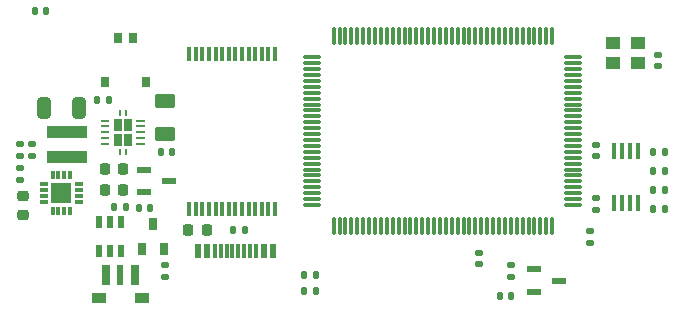
<source format=gbr>
%TF.GenerationSoftware,KiCad,Pcbnew,7.0.1*%
%TF.CreationDate,2024-09-27T15:08:14-07:00*%
%TF.ProjectId,agbc,61676263-2e6b-4696-9361-645f70636258,02*%
%TF.SameCoordinates,Original*%
%TF.FileFunction,Paste,Top*%
%TF.FilePolarity,Positive*%
%FSLAX46Y46*%
G04 Gerber Fmt 4.6, Leading zero omitted, Abs format (unit mm)*
G04 Created by KiCad (PCBNEW 7.0.1) date 2024-09-27 15:08:14*
%MOMM*%
%LPD*%
G01*
G04 APERTURE LIST*
G04 Aperture macros list*
%AMRoundRect*
0 Rectangle with rounded corners*
0 $1 Rounding radius*
0 $2 $3 $4 $5 $6 $7 $8 $9 X,Y pos of 4 corners*
0 Add a 4 corners polygon primitive as box body*
4,1,4,$2,$3,$4,$5,$6,$7,$8,$9,$2,$3,0*
0 Add four circle primitives for the rounded corners*
1,1,$1+$1,$2,$3*
1,1,$1+$1,$4,$5*
1,1,$1+$1,$6,$7*
1,1,$1+$1,$8,$9*
0 Add four rect primitives between the rounded corners*
20,1,$1+$1,$2,$3,$4,$5,0*
20,1,$1+$1,$4,$5,$6,$7,0*
20,1,$1+$1,$6,$7,$8,$9,0*
20,1,$1+$1,$8,$9,$2,$3,0*%
G04 Aperture macros list end*
%ADD10RoundRect,0.140000X0.140000X0.170000X-0.140000X0.170000X-0.140000X-0.170000X0.140000X-0.170000X0*%
%ADD11R,0.450000X1.400000*%
%ADD12RoundRect,0.135000X0.185000X-0.135000X0.185000X0.135000X-0.185000X0.135000X-0.185000X-0.135000X0*%
%ADD13R,1.250000X0.600000*%
%ADD14RoundRect,0.225000X-0.225000X-0.250000X0.225000X-0.250000X0.225000X0.250000X-0.225000X0.250000X0*%
%ADD15RoundRect,0.140000X-0.140000X-0.170000X0.140000X-0.170000X0.140000X0.170000X-0.140000X0.170000X0*%
%ADD16RoundRect,0.135000X-0.185000X0.135000X-0.185000X-0.135000X0.185000X-0.135000X0.185000X0.135000X0*%
%ADD17R,0.600000X1.150000*%
%ADD18R,0.300000X1.150000*%
%ADD19RoundRect,0.225000X0.250000X-0.225000X0.250000X0.225000X-0.250000X0.225000X-0.250000X-0.225000X0*%
%ADD20RoundRect,0.218750X-0.218750X-0.256250X0.218750X-0.256250X0.218750X0.256250X-0.218750X0.256250X0*%
%ADD21RoundRect,0.140000X0.170000X-0.140000X0.170000X0.140000X-0.170000X0.140000X-0.170000X-0.140000X0*%
%ADD22RoundRect,0.135000X0.135000X0.185000X-0.135000X0.185000X-0.135000X-0.185000X0.135000X-0.185000X0*%
%ADD23RoundRect,0.250000X0.325000X0.650000X-0.325000X0.650000X-0.325000X-0.650000X0.325000X-0.650000X0*%
%ADD24RoundRect,0.225000X0.225000X0.250000X-0.225000X0.250000X-0.225000X-0.250000X0.225000X-0.250000X0*%
%ADD25R,3.400000X1.000000*%
%ADD26R,0.650000X1.100000*%
%ADD27R,0.750000X1.800000*%
%ADD28R,0.600000X1.800000*%
%ADD29R,1.300000X0.900000*%
%ADD30R,1.300000X1.100000*%
%ADD31R,0.300000X1.206500*%
%ADD32R,0.800000X0.300000*%
%ADD33R,0.300000X0.800000*%
%ADD34R,1.750000X1.750000*%
%ADD35R,0.550000X1.050000*%
%ADD36RoundRect,0.140000X-0.170000X0.140000X-0.170000X-0.140000X0.170000X-0.140000X0.170000X0.140000X0*%
%ADD37R,0.230000X0.230000*%
%ADD38O,0.800000X0.230000*%
%ADD39R,0.680000X1.050000*%
%ADD40R,0.260000X0.500000*%
%ADD41R,0.700000X0.900000*%
%ADD42R,0.750000X0.900000*%
%ADD43RoundRect,0.075000X0.075000X-0.675000X0.075000X0.675000X-0.075000X0.675000X-0.075000X-0.675000X0*%
%ADD44RoundRect,0.075000X0.675000X-0.075000X0.675000X0.075000X-0.675000X0.075000X-0.675000X-0.075000X0*%
%ADD45RoundRect,0.135000X-0.135000X-0.185000X0.135000X-0.185000X0.135000X0.185000X-0.135000X0.185000X0*%
%ADD46RoundRect,0.250000X-0.625000X0.375000X-0.625000X-0.375000X0.625000X-0.375000X0.625000X0.375000X0*%
G04 APERTURE END LIST*
D10*
%TO.C,C7*%
X110860000Y-107800000D03*
X109900000Y-107800000D03*
%TD*%
D11*
%TO.C,U8*%
X158975000Y-124050000D03*
X159625000Y-124050000D03*
X160275000Y-124050000D03*
X160925000Y-124050000D03*
X160925000Y-119650000D03*
X160275000Y-119650000D03*
X159625000Y-119650000D03*
X158975000Y-119650000D03*
%TD*%
D12*
%TO.C,R1*%
X150200000Y-130300000D03*
X150200000Y-129280000D03*
%TD*%
D13*
%TO.C,U6*%
X119150000Y-121200000D03*
X119150000Y-123100000D03*
X121250000Y-122150000D03*
%TD*%
D14*
%TO.C,C19*%
X115800000Y-121150000D03*
X117350000Y-121150000D03*
%TD*%
D15*
%TO.C,C20*%
X115200000Y-115300000D03*
X116160000Y-115300000D03*
%TD*%
%TO.C,C11*%
X126700000Y-126350000D03*
X127660000Y-126350000D03*
%TD*%
D16*
%TO.C,R6*%
X108650000Y-121100000D03*
X108650000Y-122120000D03*
%TD*%
D17*
%TO.C,J5*%
X123680000Y-128095000D03*
X124480000Y-128095000D03*
D18*
X125630000Y-128095000D03*
X126630000Y-128095000D03*
X127130000Y-128095000D03*
X128130000Y-128095000D03*
D17*
X130080000Y-128095000D03*
X129280000Y-128095000D03*
D18*
X128630000Y-128095000D03*
X127630000Y-128095000D03*
X126130000Y-128095000D03*
X125130000Y-128095000D03*
%TD*%
D19*
%TO.C,C14*%
X108900000Y-125025000D03*
X108900000Y-123475000D03*
%TD*%
D20*
%TO.C,F2*%
X122875000Y-126350000D03*
X124450000Y-126350000D03*
%TD*%
D21*
%TO.C,C15*%
X120900000Y-130260000D03*
X120900000Y-129300000D03*
%TD*%
D22*
%TO.C,R14*%
X163225000Y-122900000D03*
X162205000Y-122900000D03*
%TD*%
D23*
%TO.C,C21*%
X113650000Y-116000000D03*
X110700000Y-116000000D03*
%TD*%
D24*
%TO.C,C13*%
X117350000Y-122950000D03*
X115800000Y-122950000D03*
%TD*%
D12*
%TO.C,R7*%
X109700000Y-120050000D03*
X109700000Y-119030000D03*
%TD*%
D10*
%TO.C,C23*%
X163225000Y-119675000D03*
X162265000Y-119675000D03*
%TD*%
D25*
%TO.C,L1*%
X112650000Y-120150000D03*
X112650000Y-118050000D03*
%TD*%
D21*
%TO.C,C5*%
X162625000Y-112435000D03*
X162625000Y-111475000D03*
%TD*%
D12*
%TO.C,R3*%
X156875000Y-127385000D03*
X156875000Y-126365000D03*
%TD*%
D26*
%TO.C,Q1*%
X118940000Y-127900000D03*
X120860000Y-127900000D03*
X119900000Y-125800000D03*
%TD*%
D13*
%TO.C,U1*%
X152200000Y-129650000D03*
X152200000Y-131550000D03*
X154300000Y-130600000D03*
%TD*%
D21*
%TO.C,C22*%
X157450000Y-120060000D03*
X157450000Y-119100000D03*
%TD*%
D27*
%TO.C,S1*%
X115925000Y-130150000D03*
D28*
X117150000Y-130150000D03*
D27*
X118375000Y-130150000D03*
D29*
X115300000Y-132100000D03*
X119000000Y-132100000D03*
%TD*%
D22*
%TO.C,R13*%
X163220000Y-121325000D03*
X162200000Y-121325000D03*
%TD*%
D30*
%TO.C,X1*%
X160975000Y-110500000D03*
X158875000Y-110500000D03*
X158875000Y-112150000D03*
X160975000Y-112150000D03*
%TD*%
D31*
%TO.C,U3*%
X122967800Y-124500000D03*
X123526600Y-124500000D03*
X124085400Y-124500000D03*
X124644200Y-124500000D03*
X125203000Y-124500000D03*
X125761800Y-124500000D03*
X126320600Y-124500000D03*
X126879400Y-124500000D03*
X127438200Y-124500000D03*
X127997000Y-124500000D03*
X128555800Y-124500000D03*
X129114600Y-124500000D03*
X129673400Y-124500000D03*
X130232200Y-124500000D03*
X130232200Y-111380900D03*
X129673400Y-111380900D03*
X129114600Y-111380900D03*
X128555800Y-111380900D03*
X127997000Y-111380900D03*
X127438200Y-111380900D03*
X126879400Y-111380900D03*
X126320600Y-111380900D03*
X125761800Y-111380900D03*
X125203000Y-111380900D03*
X124644200Y-111380900D03*
X124085400Y-111380900D03*
X123526600Y-111380900D03*
X122967800Y-111380900D03*
%TD*%
D32*
%TO.C,U4*%
X110650000Y-122450000D03*
X110650000Y-122950000D03*
X110650000Y-123450000D03*
X110650000Y-123950000D03*
D33*
X111400000Y-124700000D03*
X111900000Y-124700000D03*
X112400000Y-124700000D03*
X112900000Y-124700000D03*
D32*
X113650000Y-123950000D03*
X113650000Y-123450000D03*
X113650000Y-122950000D03*
X113650000Y-122450000D03*
D33*
X112900000Y-121700000D03*
X112400000Y-121700000D03*
X111900000Y-121700000D03*
X111400000Y-121700000D03*
D34*
X112150000Y-123200000D03*
%TD*%
D10*
%TO.C,C17*%
X121500000Y-119750000D03*
X120540000Y-119750000D03*
%TD*%
D35*
%TO.C,U5*%
X115300000Y-128125000D03*
X116250000Y-128125000D03*
X117200000Y-128125000D03*
X117200000Y-125625000D03*
X116250000Y-125625000D03*
X115300000Y-125625000D03*
%TD*%
D36*
%TO.C,C8*%
X147500000Y-128250000D03*
X147500000Y-129210000D03*
%TD*%
D37*
%TO.C,U7*%
X115590000Y-117050000D03*
D38*
X115875000Y-117050000D03*
D37*
X115590000Y-117550000D03*
D38*
X115875000Y-117550000D03*
D37*
X115590000Y-118050000D03*
D38*
X115875000Y-118050000D03*
D37*
X115590000Y-118550000D03*
D38*
X115875000Y-118550000D03*
D37*
X115590000Y-119050000D03*
D38*
X115875000Y-119050000D03*
X118825000Y-119050000D03*
D37*
X119110000Y-119050000D03*
D38*
X118825000Y-118550000D03*
D37*
X119110000Y-118550000D03*
D38*
X118825000Y-118050000D03*
D37*
X119110000Y-118050000D03*
D38*
X118825000Y-117550000D03*
D37*
X119110000Y-117550000D03*
D38*
X118825000Y-117050000D03*
D37*
X119110000Y-117050000D03*
D39*
X116900000Y-117415000D03*
X116900000Y-118685000D03*
D40*
X117100000Y-116420000D03*
X117100000Y-119680000D03*
X117600000Y-116420000D03*
X117600000Y-119680000D03*
D39*
X117800000Y-117415000D03*
X117800000Y-118685000D03*
%TD*%
D41*
%TO.C,J4*%
X116975000Y-110025000D03*
X118175000Y-110025000D03*
D42*
X115800000Y-113775000D03*
X119350000Y-113775000D03*
%TD*%
D22*
%TO.C,R8*%
X133710000Y-130100000D03*
X132690000Y-130100000D03*
%TD*%
%TO.C,R11*%
X133710000Y-131450000D03*
X132690000Y-131450000D03*
%TD*%
D43*
%TO.C,U2*%
X135200000Y-126000000D03*
X135700000Y-126000000D03*
X136200000Y-126000000D03*
X136700000Y-126000000D03*
X137200000Y-126000000D03*
X137700000Y-126000000D03*
X138200000Y-126000000D03*
X138700000Y-126000000D03*
X139200000Y-126000000D03*
X139700000Y-126000000D03*
X140200000Y-126000000D03*
X140700000Y-126000000D03*
X141200000Y-126000000D03*
X141700000Y-126000000D03*
X142200000Y-126000000D03*
X142700000Y-126000000D03*
X143200000Y-126000000D03*
X143700000Y-126000000D03*
X144200000Y-126000000D03*
X144700000Y-126000000D03*
X145200000Y-126000000D03*
X145700000Y-126000000D03*
X146200000Y-126000000D03*
X146700000Y-126000000D03*
X147200000Y-126000000D03*
X147700000Y-126000000D03*
X148200000Y-126000000D03*
X148700000Y-126000000D03*
X149200000Y-126000000D03*
X149700000Y-126000000D03*
X150200000Y-126000000D03*
X150700000Y-126000000D03*
X151200000Y-126000000D03*
X151700000Y-126000000D03*
X152200000Y-126000000D03*
X152700000Y-126000000D03*
X153200000Y-126000000D03*
X153700000Y-126000000D03*
D44*
X155500000Y-124200000D03*
X155500000Y-123700000D03*
X155500000Y-123200000D03*
X155500000Y-122700000D03*
X155500000Y-122200000D03*
X155500000Y-121700000D03*
X155500000Y-121200000D03*
X155500000Y-120700000D03*
X155500000Y-120200000D03*
X155500000Y-119700000D03*
X155500000Y-119200000D03*
X155500000Y-118700000D03*
X155500000Y-118200000D03*
X155500000Y-117700000D03*
X155500000Y-117200000D03*
X155500000Y-116700000D03*
X155500000Y-116200000D03*
X155500000Y-115700000D03*
X155500000Y-115200000D03*
X155500000Y-114700000D03*
X155500000Y-114200000D03*
X155500000Y-113700000D03*
X155500000Y-113200000D03*
X155500000Y-112700000D03*
X155500000Y-112200000D03*
X155500000Y-111700000D03*
D43*
X153700000Y-109900000D03*
X153200000Y-109900000D03*
X152700000Y-109900000D03*
X152200000Y-109900000D03*
X151700000Y-109900000D03*
X151200000Y-109900000D03*
X150700000Y-109900000D03*
X150200000Y-109900000D03*
X149700000Y-109900000D03*
X149200000Y-109900000D03*
X148700000Y-109900000D03*
X148200000Y-109900000D03*
X147700000Y-109900000D03*
X147200000Y-109900000D03*
X146700000Y-109900000D03*
X146200000Y-109900000D03*
X145700000Y-109900000D03*
X145200000Y-109900000D03*
X144700000Y-109900000D03*
X144200000Y-109900000D03*
X143700000Y-109900000D03*
X143200000Y-109900000D03*
X142700000Y-109900000D03*
X142200000Y-109900000D03*
X141700000Y-109900000D03*
X141200000Y-109900000D03*
X140700000Y-109900000D03*
X140200000Y-109900000D03*
X139700000Y-109900000D03*
X139200000Y-109900000D03*
X138700000Y-109900000D03*
X138200000Y-109900000D03*
X137700000Y-109900000D03*
X137200000Y-109900000D03*
X136700000Y-109900000D03*
X136200000Y-109900000D03*
X135700000Y-109900000D03*
X135200000Y-109900000D03*
D44*
X133400000Y-111700000D03*
X133400000Y-112200000D03*
X133400000Y-112700000D03*
X133400000Y-113200000D03*
X133400000Y-113700000D03*
X133400000Y-114200000D03*
X133400000Y-114700000D03*
X133400000Y-115200000D03*
X133400000Y-115700000D03*
X133400000Y-116200000D03*
X133400000Y-116700000D03*
X133400000Y-117200000D03*
X133400000Y-117700000D03*
X133400000Y-118200000D03*
X133400000Y-118700000D03*
X133400000Y-119200000D03*
X133400000Y-119700000D03*
X133400000Y-120200000D03*
X133400000Y-120700000D03*
X133400000Y-121200000D03*
X133400000Y-121700000D03*
X133400000Y-122200000D03*
X133400000Y-122700000D03*
X133400000Y-123200000D03*
X133400000Y-123700000D03*
X133400000Y-124200000D03*
%TD*%
D10*
%TO.C,C24*%
X163225000Y-124525000D03*
X162265000Y-124525000D03*
%TD*%
D12*
%TO.C,R4*%
X108650000Y-120050000D03*
X108650000Y-119030000D03*
%TD*%
D45*
%TO.C,R10*%
X116600000Y-124350000D03*
X117620000Y-124350000D03*
%TD*%
D46*
%TO.C,F1*%
X120950000Y-115400000D03*
X120950000Y-118200000D03*
%TD*%
D36*
%TO.C,C25*%
X157450000Y-123640000D03*
X157450000Y-124600000D03*
%TD*%
D10*
%TO.C,C18*%
X119650000Y-124450000D03*
X118690000Y-124450000D03*
%TD*%
D15*
%TO.C,C1*%
X149270000Y-131900000D03*
X150230000Y-131900000D03*
%TD*%
M02*

</source>
